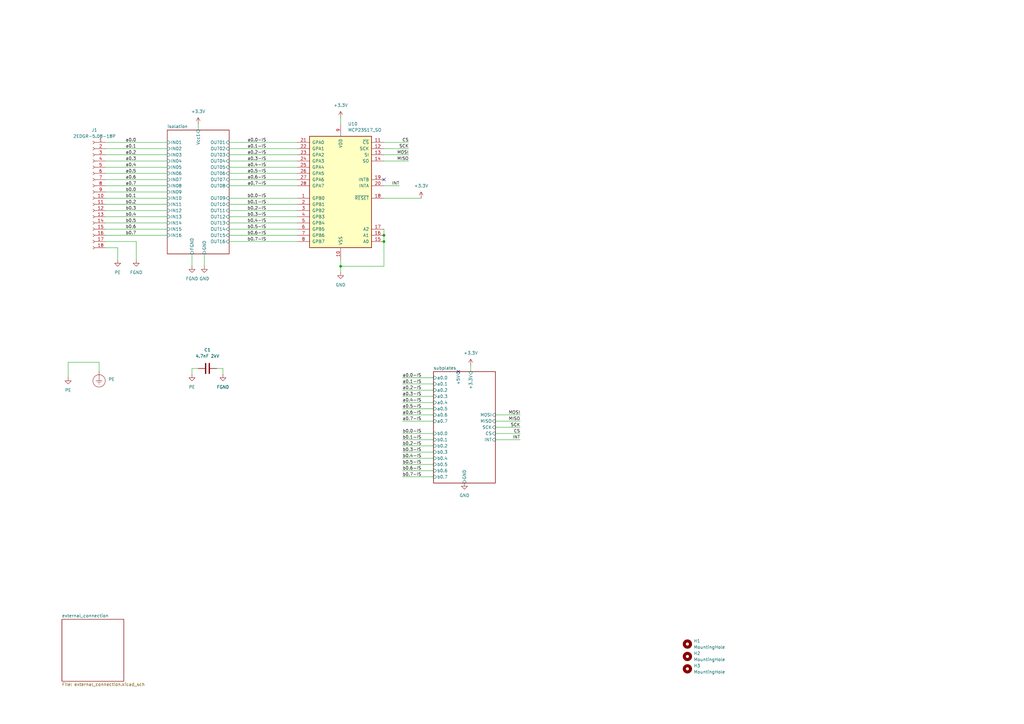
<source format=kicad_sch>
(kicad_sch (version 20231120) (generator "eeschema") (generator_version "8.0")
  (paper "A3")
  (title_block (title "${article} v${version}"))
  (lib_symbols
    (symbol "Mechanical:MountingHole" (pin_names (offset 1.016)) (exclude_from_sim yes) (in_bom no)
      (property "Reference" "H" (at 0 5.08 0))
      (property "Value" "MountingHole" (at 0 3.175 0))
      (symbol "MountingHole_0_1"
        (circle (center 0 0) (radius 1.27) (stroke (width 1.27)))
      )
    )
    (symbol "kicad_inventree_lib:C_4.7nF_2kV_1812" (pin_numbers hide) (pin_names (offset 0.254))
      (property "Reference" "C" (at 0.635 2.54 0))
      (property "Value" "4.7nF 2kV" (at 0.635 -2.54 0))
      (symbol "C_4.7nF_2kV_1812_0_1"
        (polyline (pts (xy -2.032 -0.762) (xy 2.032 -0.762)) (stroke (width 0.508)))
        (polyline (pts (xy -2.032 0.762) (xy 2.032 0.762)) (stroke (width 0.508)))
      )
      (symbol "C_4.7nF_2kV_1812_1_1"
        (pin passive line (at 0 3.81 270) (length 2.794) (name "~") (number "1"))
        (pin passive line (at 0 -3.81 90) (length 2.794) (name "~") (number "2"))
      )
    )
    (symbol "kicad_inventree_lib:Degson_2EDGR-5.08-18P" (pin_names (offset 1.016) hide)
      (property "Reference" "J" (at 0 2.54 0))
      (property "Value" "2EDGR-5.08-18P" (at -4.572 -46.482 0))
      (symbol "Degson_2EDGR-5.08-18P_1_1"
        (arc (start 0 -42.672) (mid -0.5058 -43.18) (end 0 -43.688) (stroke (width 0.1524)))
        (arc (start 0 -40.132) (mid -0.5058 -40.64) (end 0 -41.148) (stroke (width 0.1524)))
        (arc (start 0 -37.592) (mid -0.5058 -38.1) (end 0 -38.608) (stroke (width 0.1524)))
        (arc (start 0 -35.052) (mid -0.5058 -35.56) (end 0 -36.068) (stroke (width 0.1524)))
        (arc (start 0 -32.512) (mid -0.5058 -33.02) (end 0 -33.528) (stroke (width 0.1524)))
        (arc (start 0 -29.972) (mid -0.5058 -30.48) (end 0 -30.988) (stroke (width 0.1524)))
        (arc (start 0 -27.432) (mid -0.5058 -27.94) (end 0 -28.448) (stroke (width 0.1524)))
        (arc (start 0 -24.892) (mid -0.5058 -25.4) (end 0 -25.908) (stroke (width 0.1524)))
        (arc (start 0 -22.352) (mid -0.5058 -22.86) (end 0 -23.368) (stroke (width 0.1524)))
        (arc (start 0 -19.812) (mid -0.5058 -20.32) (end 0 -20.828) (stroke (width 0.1524)))
        (arc (start 0 -17.272) (mid -0.5058 -17.78) (end 0 -18.288) (stroke (width 0.1524)))
        (arc (start 0 -14.732) (mid -0.5058 -15.24) (end 0 -15.748) (stroke (width 0.1524)))
        (arc (start 0 -12.192) (mid -0.5058 -12.7) (end 0 -13.208) (stroke (width 0.1524)))
        (arc (start 0 -9.652) (mid -0.5058 -10.16) (end 0 -10.668) (stroke (width 0.1524)))
        (arc (start 0 -7.112) (mid -0.5058 -7.62) (end 0 -8.128) (stroke (width 0.1524)))
        (arc (start 0 -4.572) (mid -0.5058 -5.08) (end 0 -5.588) (stroke (width 0.1524)))
        (arc (start 0 -2.032) (mid -0.5058 -2.54) (end 0 -3.048) (stroke (width 0.1524)))
        (polyline (pts (xy -1.27 -43.18) (xy -0.508 -43.18)) (stroke (width 0.1524)))
        (polyline (pts (xy -1.27 -40.64) (xy -0.508 -40.64)) (stroke (width 0.1524)))
        (polyline (pts (xy -1.27 -38.1) (xy -0.508 -38.1)) (stroke (width 0.1524)))
        (polyline (pts (xy -1.27 -35.56) (xy -0.508 -35.56)) (stroke (width 0.1524)))
        (polyline (pts (xy -1.27 -33.02) (xy -0.508 -33.02)) (stroke (width 0.1524)))
        (polyline (pts (xy -1.27 -30.48) (xy -0.508 -30.48)) (stroke (width 0.1524)))
        (polyline (pts (xy -1.27 -27.94) (xy -0.508 -27.94)) (stroke (width 0.1524)))
        (polyline (pts (xy -1.27 -25.4) (xy -0.508 -25.4)) (stroke (width 0.1524)))
        (polyline (pts (xy -1.27 -22.86) (xy -0.508 -22.86)) (stroke (width 0.1524)))
        (polyline (pts (xy -1.27 -20.32) (xy -0.508 -20.32)) (stroke (width 0.1524)))
        (polyline (pts (xy -1.27 -17.78) (xy -0.508 -17.78)) (stroke (width 0.1524)))
        (polyline (pts (xy -1.27 -15.24) (xy -0.508 -15.24)) (stroke (width 0.1524)))
        (polyline (pts (xy -1.27 -12.7) (xy -0.508 -12.7)) (stroke (width 0.1524)))
        (polyline (pts (xy -1.27 -10.16) (xy -0.508 -10.16)) (stroke (width 0.1524)))
        (polyline (pts (xy -1.27 -7.62) (xy -0.508 -7.62)) (stroke (width 0.1524)))
        (polyline (pts (xy -1.27 -5.08) (xy -0.508 -5.08)) (stroke (width 0.1524)))
        (polyline (pts (xy -1.27 -2.54) (xy -0.508 -2.54)) (stroke (width 0.1524)))
        (polyline (pts (xy -1.27 0) (xy -0.508 0)) (stroke (width 0.1524)))
        (arc (start 0 0.508) (mid -0.5058 0) (end 0 -0.508) (stroke (width 0.1524)))
        (pin passive line (at -5.08 0 0) (length 3.81) (name "Pin_1") (number "1"))
        (pin passive line (at -5.08 -22.86 0) (length 3.81) (name "Pin_10") (number "10"))
        (pin passive line (at -5.08 -25.4 0) (length 3.81) (name "Pin_11") (number "11"))
        (pin passive line (at -5.08 -27.94 0) (length 3.81) (name "Pin_12") (number "12"))
        (pin passive line (at -5.08 -30.48 0) (length 3.81) (name "Pin_13") (number "13"))
        (pin passive line (at -5.08 -33.02 0) (length 3.81) (name "Pin_14") (number "14"))
        (pin passive line (at -5.08 -35.56 0) (length 3.81) (name "Pin_15") (number "15"))
        (pin passive line (at -5.08 -38.1 0) (length 3.81) (name "Pin_16") (number "16"))
        (pin passive line (at -5.08 -40.64 0) (length 3.81) (name "Pin_17") (number "17"))
        (pin passive line (at -5.08 -43.18 0) (length 3.81) (name "Pin_18") (number "18"))
        (pin passive line (at -5.08 -2.54 0) (length 3.81) (name "Pin_2") (number "2"))
        (pin passive line (at -5.08 -5.08 0) (length 3.81) (name "Pin_3") (number "3"))
        (pin passive line (at -5.08 -7.62 0) (length 3.81) (name "Pin_4") (number "4"))
        (pin passive line (at -5.08 -10.16 0) (length 3.81) (name "Pin_5") (number "5"))
        (pin passive line (at -5.08 -12.7 0) (length 3.81) (name "Pin_6") (number "6"))
        (pin passive line (at -5.08 -15.24 0) (length 3.81) (name "Pin_7") (number "7"))
        (pin passive line (at -5.08 -17.78 0) (length 3.81) (name "Pin_8") (number "8"))
        (pin passive line (at -5.08 -20.32 0) (length 3.81) (name "Pin_9") (number "9"))
      )
    )
    (symbol "kicad_inventree_lib:MCP23S17_SO" (pin_names (offset 1.016))
      (property "Reference" "U" (at -11.43 24.13 0))
      (property "Value" "MCP23S17_SO" (at 0 0 0))
      (symbol "MCP23S17_SO_0_1"
        (rectangle (start -12.7 22.86) (end 12.7 -22.86) (stroke (width 0.254)) (fill (type background)))
      )
      (symbol "MCP23S17_SO_1_1"
        (pin bidirectional line (at 17.78 -2.54 180) (length 5.08) (name "GPB0") (number "1"))
        (pin power_in line (at 0 -27.94 90) (length 5.08) (name "VSS") (number "10"))
        (pin input line (at -17.78 20.32 0) (length 5.08) (name "~{CS}") (number "11"))
        (pin input line (at -17.78 17.78 0) (length 5.08) (name "SCK") (number "12"))
        (pin input line (at -17.78 15.24 0) (length 5.08) (name "SI") (number "13"))
        (pin output line (at -17.78 12.7 0) (length 5.08) (name "SO") (number "14"))
        (pin input line (at -17.78 -20.32 0) (length 5.08) (name "A0") (number "15"))
        (pin input line (at -17.78 -17.78 0) (length 5.08) (name "A1") (number "16"))
        (pin input line (at -17.78 -15.24 0) (length 5.08) (name "A2") (number "17"))
        (pin input line (at -17.78 -2.54 0) (length 5.08) (name "~{RESET}") (number "18"))
        (pin tri_state line (at -17.78 5.08 0) (length 5.08) (name "INTB") (number "19"))
        (pin bidirectional line (at 17.78 -5.08 180) (length 5.08) (name "GPB1") (number "2"))
        (pin tri_state line (at -17.78 2.54 0) (length 5.08) (name "INTA") (number "20"))
        (pin bidirectional line (at 17.78 20.32 180) (length 5.08) (name "GPA0") (number "21"))
        (pin bidirectional line (at 17.78 17.78 180) (length 5.08) (name "GPA1") (number "22"))
        (pin bidirectional line (at 17.78 15.24 180) (length 5.08) (name "GPA2") (number "23"))
        (pin bidirectional line (at 17.78 12.7 180) (length 5.08) (name "GPA3") (number "24"))
        (pin bidirectional line (at 17.78 10.16 180) (length 5.08) (name "GPA4") (number "25"))
        (pin bidirectional line (at 17.78 7.62 180) (length 5.08) (name "GPA5") (number "26"))
        (pin bidirectional line (at 17.78 5.08 180) (length 5.08) (name "GPA6") (number "27"))
        (pin bidirectional line (at 17.78 2.54 180) (length 5.08) (name "GPA7") (number "28"))
        (pin bidirectional line (at 17.78 -7.62 180) (length 5.08) (name "GPB2") (number "3"))
        (pin bidirectional line (at 17.78 -10.16 180) (length 5.08) (name "GPB3") (number "4"))
        (pin bidirectional line (at 17.78 -12.7 180) (length 5.08) (name "GPB4") (number "5"))
        (pin bidirectional line (at 17.78 -15.24 180) (length 5.08) (name "GPB5") (number "6"))
        (pin bidirectional line (at 17.78 -17.78 180) (length 5.08) (name "GPB6") (number "7"))
        (pin bidirectional line (at 17.78 -20.32 180) (length 5.08) (name "GPB7") (number "8"))
        (pin power_in line (at 0 27.94 270) (length 5.08) (name "VDD") (number "9"))
      )
    )
    (symbol "kicad_inventree_lib:PE" (pin_numbers hide) (pin_names (offset 0) hide) (in_bom no)
      (property "Value" "PE" (at 0 -7.62 0))
      (symbol "PE_0_1"
        (circle (center 0 -3.81) (radius 2.54))
        (polyline (pts (xy -0.635 -4.445) (xy 0.635 -4.445)))
        (polyline (pts (xy -0.127 -5.08) (xy 0.127 -5.08)))
        (polyline (pts (xy 0 -3.81) (xy 0 0)))
        (polyline (pts (xy 1.27 -3.81) (xy -1.27 -3.81)))
      )
      (symbol "PE_1_1"
        (pin power_in line (at 0 0 270) (length 0) (name "~") (number "1"))
      )
    )
    (symbol "power:+5V" (power) (pin_numbers hide) (pin_names (offset 0) hide)
      (property "Value" "+5V" (at 0 3.556 0))
      (symbol "+5V_0_1"
        (polyline (pts (xy -0.762 1.27) (xy 0 2.54)))
        (polyline (pts (xy 0 0) (xy 0 2.54)))
        (polyline (pts (xy 0 2.54) (xy 0.762 1.27)))
      )
      (symbol "+5V_1_1"
        (pin power_in line (at 0 0 90) (length 0) (name "~") (number "1"))
      )
    )
    (symbol "power:GND" (power) (pin_numbers hide) (pin_names (offset 0) hide)
      (property "Value" "GND" (at 0 -3.81 0))
      (symbol "GND_0_1"
        (polyline (pts (xy 0 0) (xy 0 -1.27) (xy 1.27 -1.27) (xy 0 -2.54) (xy -1.27 -1.27) (xy 0 -1.27)))
      )
      (symbol "GND_1_1"
        (pin power_in line (at 0 0 270) (length 0) (name "~") (number "1"))
      )
    )
  )
  (junction (at 157.48 99.06))
  (junction (at 157.48 96.52))
  (junction (at 139.7 109.22))
  (no_connect (at 187.96 152.4))
  (no_connect (at 157.48 73.66))
  (wire (pts (xy 40.64 148.59) (xy 40.64 152.4)))
  (wire (pts (xy 91.44 153.67) (xy 91.44 151.13)))
  (wire (pts (xy 93.98 81.28) (xy 121.92 81.28)))
  (wire (pts (xy 55.88 99.06) (xy 43.18 99.06)))
  (wire (pts (xy 93.98 60.96) (xy 121.92 60.96)))
  (wire (pts (xy 91.44 151.13) (xy 88.9 151.13)))
  (wire (pts (xy 165.1 157.48) (xy 177.8 157.48)))
  (wire (pts (xy 43.18 73.66) (xy 68.58 73.66)))
  (wire (pts (xy 93.98 73.66) (xy 121.92 73.66)))
  (wire (pts (xy 157.48 63.5) (xy 167.64 63.5)))
  (wire (pts (xy 43.18 66.04) (xy 68.58 66.04)))
  (wire (pts (xy 43.18 78.74) (xy 68.58 78.74)))
  (wire (pts (xy 43.18 83.82) (xy 68.58 83.82)))
  (wire (pts (xy 157.48 96.52) (xy 157.48 99.06)))
  (wire (pts (xy 139.7 111.76) (xy 139.7 109.22)))
  (wire (pts (xy 139.7 48.26) (xy 139.7 50.8)))
  (wire (pts (xy 157.48 76.2) (xy 163.83 76.2)))
  (wire (pts (xy 93.98 83.82) (xy 121.92 83.82)))
  (wire (pts (xy 93.98 86.36) (xy 121.92 86.36)))
  (wire (pts (xy 78.74 151.13) (xy 78.74 153.67)))
  (wire (pts (xy 165.1 180.34) (xy 177.8 180.34)))
  (wire (pts (xy 165.1 190.5) (xy 177.8 190.5)))
  (wire (pts (xy 157.48 81.28) (xy 172.72 81.28)))
  (wire (pts (xy 27.94 148.59) (xy 40.64 148.59)))
  (wire (pts (xy 203.2 175.26) (xy 213.36 175.26)))
  (wire (pts (xy 48.26 101.6) (xy 48.26 106.68)))
  (wire (pts (xy 55.88 106.68) (xy 55.88 99.06)))
  (wire (pts (xy 157.48 93.98) (xy 157.48 96.52)))
  (wire (pts (xy 165.1 195.58) (xy 177.8 195.58)))
  (wire (pts (xy 43.18 60.96) (xy 68.58 60.96)))
  (wire (pts (xy 93.98 88.9) (xy 121.92 88.9)))
  (wire (pts (xy 93.98 96.52) (xy 121.92 96.52)))
  (wire (pts (xy 43.18 81.28) (xy 68.58 81.28)))
  (wire (pts (xy 43.18 86.36) (xy 68.58 86.36)))
  (wire (pts (xy 165.1 154.94) (xy 177.8 154.94)))
  (wire (pts (xy 43.18 76.2) (xy 68.58 76.2)))
  (wire (pts (xy 165.1 160.02) (xy 177.8 160.02)))
  (wire (pts (xy 203.2 170.18) (xy 213.36 170.18)))
  (wire (pts (xy 165.1 170.18) (xy 177.8 170.18)))
  (wire (pts (xy 139.7 109.22) (xy 157.48 109.22)))
  (wire (pts (xy 93.98 76.2) (xy 121.92 76.2)))
  (wire (pts (xy 157.48 58.42) (xy 167.64 58.42)))
  (wire (pts (xy 81.28 50.8) (xy 81.28 53.34)))
  (wire (pts (xy 93.98 58.42) (xy 121.92 58.42)))
  (wire (pts (xy 43.18 101.6) (xy 48.26 101.6)))
  (wire (pts (xy 93.98 91.44) (xy 121.92 91.44)))
  (wire (pts (xy 27.94 154.94) (xy 27.94 148.59)))
  (wire (pts (xy 93.98 66.04) (xy 121.92 66.04)))
  (wire (pts (xy 165.1 167.64) (xy 177.8 167.64)))
  (wire (pts (xy 93.98 63.5) (xy 121.92 63.5)))
  (wire (pts (xy 165.1 172.72) (xy 177.8 172.72)))
  (wire (pts (xy 203.2 177.8) (xy 213.36 177.8)))
  (wire (pts (xy 139.7 106.68) (xy 139.7 109.22)))
  (wire (pts (xy 203.2 180.34) (xy 213.36 180.34)))
  (wire (pts (xy 193.04 149.86) (xy 193.04 152.4)))
  (wire (pts (xy 78.74 104.14) (xy 78.74 109.22)))
  (wire (pts (xy 43.18 93.98) (xy 68.58 93.98)))
  (wire (pts (xy 165.1 193.04) (xy 177.8 193.04)))
  (wire (pts (xy 165.1 182.88) (xy 177.8 182.88)))
  (wire (pts (xy 43.18 91.44) (xy 68.58 91.44)))
  (wire (pts (xy 43.18 58.42) (xy 68.58 58.42)))
  (wire (pts (xy 43.18 88.9) (xy 68.58 88.9)))
  (wire (pts (xy 43.18 96.52) (xy 68.58 96.52)))
  (wire (pts (xy 93.98 99.06) (xy 121.92 99.06)))
  (wire (pts (xy 165.1 165.1) (xy 177.8 165.1)))
  (wire (pts (xy 43.18 63.5) (xy 68.58 63.5)))
  (wire (pts (xy 93.98 68.58) (xy 121.92 68.58)))
  (wire (pts (xy 203.2 172.72) (xy 213.36 172.72)))
  (wire (pts (xy 81.28 151.13) (xy 78.74 151.13)))
  (wire (pts (xy 165.1 162.56) (xy 177.8 162.56)))
  (wire (pts (xy 93.98 71.12) (xy 121.92 71.12)))
  (wire (pts (xy 157.48 99.06) (xy 157.48 109.22)))
  (wire (pts (xy 165.1 185.42) (xy 177.8 185.42)))
  (wire (pts (xy 43.18 68.58) (xy 68.58 68.58)))
  (wire (pts (xy 165.1 177.8) (xy 177.8 177.8)))
  (wire (pts (xy 83.82 104.14) (xy 83.82 109.22)))
  (wire (pts (xy 157.48 66.04) (xy 167.64 66.04)))
  (wire (pts (xy 93.98 93.98) (xy 121.92 93.98)))
  (wire (pts (xy 157.48 60.96) (xy 167.64 60.96)))
  (wire (pts (xy 43.18 71.12) (xy 68.58 71.12)))
  (wire (pts (xy 165.1 187.96) (xy 177.8 187.96)))
  (label "a0.4" (at 55.88 68.58 180))
  (label "b0.5-IS" (at 109.22 93.98 180))
  (label "b0.2" (at 55.88 83.82 180))
  (label "b0.3" (at 55.88 86.36 180))
  (label "a0.7-IS" (at 109.22 76.2 180))
  (label "b0.4-IS" (at 109.22 91.44 180))
  (label "a0.4-IS" (at 109.22 68.58 180))
  (label "b0.7-IS" (at 165.1 195.58 0))
  (label "b0.2-IS" (at 109.22 86.36 180))
  (label "b0.5-IS" (at 165.1 190.5 0))
  (label "b0.1-IS" (at 165.1 180.34 0))
  (label "MISO" (at 213.36 172.72 180))
  (label "CS" (at 213.36 177.8 180))
  (label "b0.2-IS" (at 165.1 182.88 0))
  (label "b0.0-IS" (at 165.1 177.8 0))
  (label "a0.6-IS" (at 109.22 73.66 180))
  (label "INT" (at 163.83 76.2 180))
  (label "b0.3-IS" (at 165.1 185.42 0))
  (label "a0.5" (at 55.88 71.12 180))
  (label "a0.0" (at 55.88 58.42 180))
  (label "a0.3-IS" (at 165.1 162.56 0))
  (label "a0.2-IS" (at 165.1 160.02 0))
  (label "b0.1" (at 55.88 81.28 180))
  (label "a0.3-IS" (at 109.22 66.04 180))
  (label "SCK" (at 213.36 175.26 180))
  (label "CS" (at 167.64 58.42 180))
  (label "a0.1" (at 55.88 60.96 180))
  (label "a0.1-IS" (at 109.22 60.96 180))
  (label "b0.4-IS" (at 165.1 187.96 0))
  (label "a0.1-IS" (at 165.1 157.48 0))
  (label "b0.0" (at 55.88 78.74 180))
  (label "b0.3-IS" (at 109.22 88.9 180))
  (label "b0.7-IS" (at 109.22 99.06 180))
  (label "b0.6-IS" (at 109.22 96.52 180))
  (label "a0.0-IS" (at 165.1 154.94 0))
  (label "a0.6-IS" (at 165.1 170.18 0))
  (label "a0.4-IS" (at 165.1 165.1 0))
  (label "a0.3" (at 55.88 66.04 180))
  (label "MOSI" (at 213.36 170.18 180))
  (label "MISO" (at 167.64 66.04 180))
  (label "SCK" (at 167.64 60.96 180))
  (label "a0.5-IS" (at 165.1 167.64 0))
  (label "b0.5" (at 55.88 91.44 180))
  (label "b0.0-IS" (at 109.22 81.28 180))
  (label "a0.2-IS" (at 109.22 63.5 180))
  (label "INT" (at 213.36 180.34 180))
  (label "MOSI" (at 167.64 63.5 180))
  (label "b0.6" (at 55.88 93.98 180))
  (label "b0.4" (at 55.88 88.9 180))
  (label "a0.7-IS" (at 165.1 172.72 0))
  (label "b0.6-IS" (at 165.1 193.04 0))
  (label "a0.7" (at 55.88 76.2 180))
  (label "b0.1-IS" (at 109.22 83.82 180))
  (label "a0.2" (at 55.88 63.5 180))
  (label "a0.0-IS" (at 109.22 58.42 180))
  (label "b0.7" (at 55.88 96.52 180))
  (label "a0.5-IS" (at 109.22 71.12 180))
  (label "a0.6" (at 55.88 73.66 180))
  (symbol (lib_id "power:GND") (at 139.7 111.76 0) (unit 1)
    (property "Reference" "#PWR010" (effects (hide yes)))
    (property "Value" "GND" (at 139.7 116.84 0))
    (property "Description" "Power symbol creates a global label with name \"GND\" , ground" (effects (hide yes)))
  )
  (symbol (lib_id "Mechanical:MountingHole") (at 281.94 274.32 0) (unit 1) (exclude_from_sim yes) (in_bom no)
    (property "Reference" "H3" (at 284.48 273.0499 0) (effects (justify left)))
    (property "Value" "MountingHole" (at 284.48 275.5899 0) (effects (justify left)))
    (property "Footprint" "MountingHole:MountingHole_3.2mm_M3" (effects (hide yes)))
    (property "Description" "Mounting Hole without connection" (effects (hide yes)))
  )
  (symbol (lib_id "kicad_inventree_lib:PE") (at 40.64 152.4 0) (unit 1) (in_bom no)
    (property "Reference" "PE1" (effects (hide yes)))
    (property "Value" "PE" (at 44.45 155.5749 0) (effects (justify left)))
    (property "Footprint" "kicad_inventree_lib:PE" (effects (hide yes)))
    (property "Description" "Power symbol creates a global label with name \"Earth_Protective\"" (effects (hide yes)))
  )
  (symbol (lib_id "power:GND") (at 190.5 198.12 0) (unit 1)
    (property "Reference" "#PWR013" (effects (hide yes)))
    (property "Value" "GND" (at 190.5 203.2 0))
    (property "Description" "Power symbol creates a global label with name \"GND\" , ground" (effects (hide yes)))
  )
  (symbol (lib_id "power:GND") (at 83.82 109.22 0) (unit 1)
    (property "Reference" "#PWR06" (effects (hide yes)))
    (property "Value" "GND" (at 83.82 114.3 0))
    (property "Description" "Power symbol creates a global label with name \"GND\" , ground" (effects (hide yes)))
  )
  (symbol (lib_id "power:GND") (at 78.74 153.67 0) (unit 1)
    (property "Reference" "#PWR07" (effects (hide yes)))
    (property "Value" "PE" (at 78.74 158.75 0))
    (property "Description" "Power symbol creates a global label with name \"GND\" , ground" (effects (hide yes)))
  )
  (symbol (lib_id "Mechanical:MountingHole") (at 281.94 264.16 0) (unit 1) (exclude_from_sim yes) (in_bom no)
    (property "Reference" "H1" (at 284.48 262.8899 0) (effects (justify left)))
    (property "Value" "MountingHole" (at 284.48 265.4299 0) (effects (justify left)))
    (property "Footprint" "MountingHole:MountingHole_3.2mm_M3" (effects (hide yes)))
    (property "Description" "Mounting Hole without connection" (effects (hide yes)))
  )
  (symbol (lib_id "power:GND") (at 91.44 153.67 0) (unit 1)
    (property "Reference" "#PWR08" (effects (hide yes)))
    (property "Value" "FGND" (at 91.44 158.75 0))
    (property "Description" "Power symbol creates a global label with name \"GND\" , ground" (effects (hide yes)))
  )
  (symbol (lib_id "power:+5V") (at 139.7 48.26 0) (unit 1)
    (property "Reference" "#PWR09" (effects (hide yes)))
    (property "Value" "+3.3V" (at 139.7 43.18 0))
    (property "Description" "Power symbol creates a global label with name \"+5V\"" (effects (hide yes)))
  )
  (symbol (lib_id "power:GND") (at 48.26 106.68 0) (unit 1)
    (property "Reference" "#PWR01" (effects (hide yes)))
    (property "Value" "PE" (at 48.26 111.76 0))
    (property "Description" "Power symbol creates a global label with name \"GND\" , ground" (effects (hide yes)))
  )
  (symbol (lib_id "kicad_inventree_lib:MCP23S17_SO") (at 139.7 78.74 0) (mirror y) (unit 1)
    (property "Reference" "U10" (at 142.7165 50.8 0) (effects (justify right)))
    (property "Value" "MCP23S17_SO" (at 142.7165 53.34 0) (effects (justify right)))
    (property "Footprint" "Package_SO:SOIC-28W_7.5x17.9mm_P1.27mm" (effects (hide yes)))
    (property "Datasheet" "http://inventree.network/part/105/" (effects (hide yes)))
    (property "Description" "16-bit I/O expander, SPI, interrupts, w pull-ups, SOIC-28" (effects (hide yes)))
    (property "part_ipn" "MCP23S17-E/SO" (effects (hide yes)))
  )
  (symbol (lib_id "power:+5V") (at 81.28 50.8 0) (unit 1)
    (property "Reference" "#PWR05" (effects (hide yes)))
    (property "Value" "+3.3V" (at 81.28 45.72 0))
    (property "Description" "Power symbol creates a global label with name \"+5V\"" (effects (hide yes)))
  )
  (symbol (lib_id "kicad_inventree_lib:C_4.7nF_2kV_1812") (at 85.09 151.13 90) (unit 1)
    (property "Reference" "C1" (at 85.09 143.51 90))
    (property "Value" "4.7nF 2kV" (at 85.09 146.05 90))
    (property "Footprint" "Capacitor_SMD:C_1812_4532Metric_Pad1.57x3.40mm_HandSolder" (effects (hide yes)))
    (property "Datasheet" "http://inventree.network/part/112/" (effects (hide yes)))
    (property "Description" "Unpolarized capacitor" (effects (hide yes)))
    (property "part_ipn" "C_4.7nF_2kV_1812" (effects (hide yes)))
  )
  (symbol (lib_id "Mechanical:MountingHole") (at 281.94 269.24 0) (unit 1) (exclude_from_sim yes) (in_bom no)
    (property "Reference" "H2" (at 284.48 267.9699 0) (effects (justify left)))
    (property "Value" "MountingHole" (at 284.48 270.5099 0) (effects (justify left)))
    (property "Footprint" "MountingHole:MountingHole_3.2mm_M3" (effects (hide yes)))
    (property "Description" "Mounting Hole without connection" (effects (hide yes)))
  )
  (symbol (lib_id "power:+5V") (at 193.04 149.86 0) (unit 1)
    (property "Reference" "#PWR012" (effects (hide yes)))
    (property "Value" "+3.3V" (at 193.04 144.78 0))
    (property "Description" "Power symbol creates a global label with name \"+5V\"" (effects (hide yes)))
  )
  (symbol (lib_id "power:GND") (at 55.88 106.68 0) (unit 1)
    (property "Reference" "#PWR03" (effects (hide yes)))
    (property "Value" "FGND" (at 55.88 111.76 0))
    (property "Description" "Power symbol creates a global label with name \"GND\" , ground" (effects (hide yes)))
  )
  (symbol (lib_id "power:GND") (at 78.74 109.22 0) (unit 1)
    (property "Reference" "#PWR04" (effects (hide yes)))
    (property "Value" "FGND" (at 78.74 114.3 0))
    (property "Description" "Power symbol creates a global label with name \"GND\" , ground" (effects (hide yes)))
  )
  (symbol (lib_id "power:+5V") (at 172.72 81.28 0) (unit 1)
    (property "Reference" "#PWR011" (effects (hide yes)))
    (property "Value" "+3.3V" (at 172.72 76.2 0))
    (property "Description" "Power symbol creates a global label with name \"+5V\"" (effects (hide yes)))
  )
  (symbol (lib_id "kicad_inventree_lib:Degson_2EDGR-5.08-18P") (at 38.1 58.42 0) (mirror y) (unit 1)
    (property "Reference" "J1" (at 38.735 53.34 0))
    (property "Value" "2EDGR-5.08-18P" (at 38.735 55.88 0))
    (property "Footprint" "NextPCB:Degson_2EDGR-5.08-18P" (effects (hide yes)))
    (property "Datasheet" "http://inventree.network/part/19/" (effects (hide yes)))
    (property "Description" "01x18" (effects (hide yes)))
    (property "NextPCB_url" "https://www.hqonline.com/product-detail/terminal-blocks-kangnex-wj2edgr-5-08-18p-2500349376" (effects (hide yes)))
    (property "NextPCB_price" "0.17085" (effects (hide yes)))
    (property "part_ipn" "2EDGR-5.08-18P" (effects (hide yes)))
  )
  (symbol (lib_id "power:GND") (at 27.94 154.94 0) (unit 1)
    (property "Reference" "#PWR02" (effects (hide yes)))
    (property "Value" "PE" (at 27.94 160.02 0))
    (property "Description" "Power symbol creates a global label with name \"GND\" , ground" (effects (hide yes)))
  )
  (sheet (at 68.58 53.34) (size 25.4 50.8) (stroke (width 0.1524))
    (property "Sheetname" "isolation" (at 68.58 52.6284 0) (effects (justify left bottom)))
    (property "Sheetfile" "isolation.kicad_sch" (effects (hide yes)))
    (pin "IN01" input (at 68.58 58.42 180))
    (pin "IN02" input (at 68.58 60.96 180))
    (pin "IN03" input (at 68.58 63.5 180))
    (pin "IN04" input (at 68.58 66.04 180))
    (pin "IN05" input (at 68.58 68.58 180))
    (pin "IN06" input (at 68.58 71.12 180))
    (pin "IN07" input (at 68.58 73.66 180))
    (pin "IN08" input (at 68.58 76.2 180))
    (pin "IN10" input (at 68.58 81.28 180))
    (pin "IN09" input (at 68.58 78.74 180))
    (pin "OUT01" input (at 93.98 58.42 0))
    (pin "OUT02" input (at 93.98 60.96 0))
    (pin "OUT07" input (at 93.98 73.66 0))
    (pin "OUT08" input (at 93.98 76.2 0))
    (pin "OUT05" input (at 93.98 68.58 0))
    (pin "OUT06" input (at 93.98 71.12 0))
    (pin "OUT03" input (at 93.98 63.5 0))
    (pin "OUT04" input (at 93.98 66.04 0))
    (pin "OUT09" input (at 93.98 81.28 0))
    (pin "OUT10" input (at 93.98 83.82 0))
    (pin "OUT11" input (at 93.98 86.36 0))
    (pin "OUT12" input (at 93.98 88.9 0))
    (pin "IN11" input (at 68.58 83.82 180))
    (pin "IN12" input (at 68.58 86.36 180))
    (pin "IN13" input (at 68.58 88.9 180))
    (pin "IN14" input (at 68.58 91.44 180))
    (pin "IN15" input (at 68.58 93.98 180))
    (pin "IN16" input (at 68.58 96.52 180))
    (pin "OUT13" input (at 93.98 91.44 0))
    (pin "OUT14" input (at 93.98 93.98 0))
    (pin "OUT15" input (at 93.98 96.52 0))
    (pin "OUT16" input (at 93.98 99.06 0))
    (pin "GND" input (at 83.82 104.14 270))
    (pin "FGND" input (at 78.74 104.14 270))
    (pin "Vcc1" input (at 81.28 53.34 90))
  )
  (sheet (at 177.8 152.4) (size 25.4 45.72) (stroke (width 0.1524))
    (property "Sheetname" "subplates" (at 177.8 151.6884 0) (effects (justify left bottom)))
    (property "Sheetfile" "subplates.kicad_sch" (effects (hide yes)))
    (pin "INT" input (at 203.2 180.34 0))
    (pin "GND" input (at 190.5 198.12 270))
    (pin "+5V" input (at 187.96 152.4 90))
    (pin "+3.3V" input (at 193.04 152.4 90))
    (pin "MOSI" input (at 203.2 170.18 0))
    (pin "MISO" input (at 203.2 172.72 0))
    (pin "SCK" input (at 203.2 175.26 0))
    (pin "CS" input (at 203.2 177.8 0))
    (pin "a0.0" input (at 177.8 154.94 180))
    (pin "a0.4" input (at 177.8 165.1 180))
    (pin "a0.7" input (at 177.8 172.72 180))
    (pin "a0.6" input (at 177.8 170.18 180))
    (pin "a0.5" input (at 177.8 167.64 180))
    (pin "a0.1" input (at 177.8 157.48 180))
    (pin "a0.3" input (at 177.8 162.56 180))
    (pin "a0.2" input (at 177.8 160.02 180))
    (pin "b0.6" input (at 177.8 193.04 180))
    (pin "b0.7" input (at 177.8 195.58 180))
    (pin "b0.4" input (at 177.8 187.96 180))
    (pin "b0.2" input (at 177.8 182.88 180))
    (pin "b0.1" input (at 177.8 180.34 180))
    (pin "b0.0" input (at 177.8 177.8 180))
    (pin "b0.3" input (at 177.8 185.42 180))
    (pin "b0.5" input (at 177.8 190.5 180))
  )
  (sheet (at 25.4 254) (size 25.4 25.4) (stroke (width 0.1524))
    (property "Sheetname" "external_connection" (at 25.4 253.2884 0) (effects (justify left bottom)))
    (property "Sheetfile" "external_connection.kicad_sch" (at 25.4 279.9846 0) (effects (justify left top)))
  )
)
</source>
